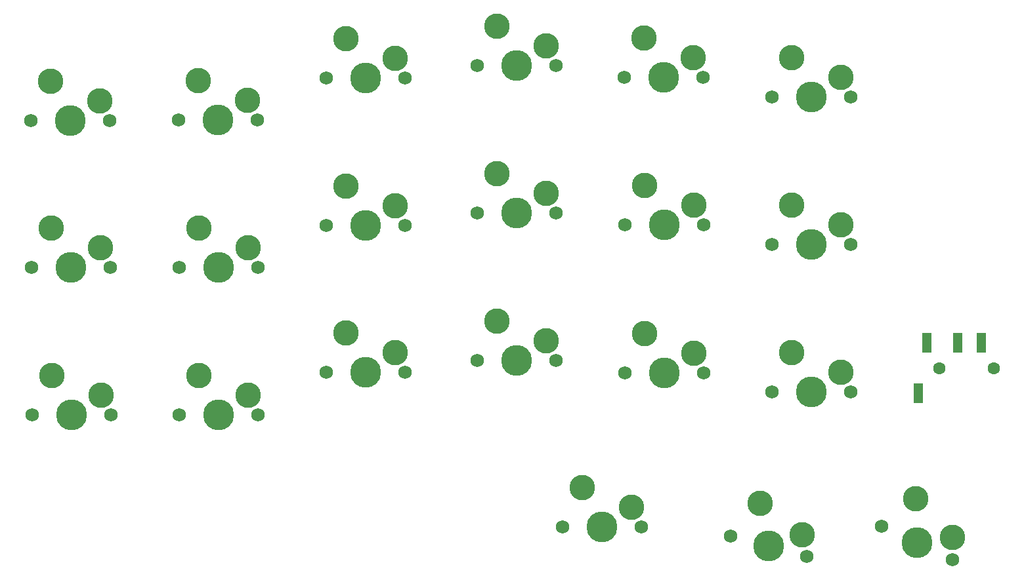
<source format=gbr>
%TF.GenerationSoftware,KiCad,Pcbnew,8.0.1*%
%TF.CreationDate,2024-05-26T01:43:18+02:00*%
%TF.ProjectId,KeyboardTest2_right,4b657962-6f61-4726-9454-657374325f72,rev?*%
%TF.SameCoordinates,Original*%
%TF.FileFunction,Soldermask,Bot*%
%TF.FilePolarity,Negative*%
%FSLAX46Y46*%
G04 Gerber Fmt 4.6, Leading zero omitted, Abs format (unit mm)*
G04 Created by KiCad (PCBNEW 8.0.1) date 2024-05-26 01:43:18*
%MOMM*%
%LPD*%
G01*
G04 APERTURE LIST*
%ADD10C,1.750000*%
%ADD11C,3.987800*%
%ADD12C,3.300000*%
%ADD13C,1.600000*%
%ADD14R,1.200000X2.500000*%
G04 APERTURE END LIST*
D10*
%TO.C,MX15*%
X96931274Y-66532746D03*
D11*
X102011274Y-66532746D03*
D10*
X107091274Y-66532746D03*
D12*
X105821274Y-63992746D03*
X99471274Y-61452746D03*
%TD*%
D10*
%TO.C,MX13*%
X134917588Y-70550215D03*
D11*
X139997588Y-70550215D03*
D10*
X145077588Y-70550215D03*
D12*
X143807588Y-68010215D03*
X137457588Y-65470215D03*
%TD*%
D10*
%TO.C,MX17*%
X58440747Y-73557919D03*
D11*
X63520747Y-73557919D03*
D10*
X68600747Y-73557919D03*
D12*
X67330747Y-71017919D03*
X60980747Y-68477919D03*
%TD*%
D10*
%TO.C,MX14*%
X115916637Y-68100511D03*
D11*
X120996637Y-68100511D03*
D10*
X126076637Y-68100511D03*
D12*
X124806637Y-65560511D03*
X118456637Y-63020511D03*
%TD*%
D10*
%TO.C,MX10*%
X77402680Y-49038478D03*
D11*
X82482680Y-49038478D03*
D10*
X87562680Y-49038478D03*
D12*
X86292680Y-46498478D03*
X79942680Y-43958478D03*
%TD*%
D10*
%TO.C,MX2*%
X115897651Y-29958105D03*
D11*
X120977651Y-29958105D03*
D10*
X126057651Y-29958105D03*
D12*
X124787651Y-27418105D03*
X118437651Y-24878105D03*
%TD*%
D10*
%TO.C,MX11*%
X58420000Y-54500000D03*
D11*
X63500000Y-54500000D03*
D10*
X68580000Y-54500000D03*
D12*
X67310000Y-51960000D03*
X60960000Y-49420000D03*
%TD*%
D10*
%TO.C,MX16*%
X77463105Y-68063757D03*
D11*
X82543105Y-68063757D03*
D10*
X87623105Y-68063757D03*
D12*
X86353105Y-65523757D03*
X80003105Y-62983757D03*
%TD*%
D10*
%TO.C,MX18*%
X39470654Y-73557919D03*
D11*
X44550654Y-73557919D03*
D10*
X49630654Y-73557919D03*
D12*
X48360654Y-71017919D03*
X42010654Y-68477919D03*
%TD*%
D10*
%TO.C,MX3*%
X96901481Y-28429484D03*
D11*
X101981481Y-28429484D03*
D10*
X107061481Y-28429484D03*
D12*
X105791481Y-25889484D03*
X99441481Y-23349484D03*
%TD*%
D10*
%TO.C,MX5*%
X58395405Y-35462351D03*
D11*
X63475405Y-35462351D03*
D10*
X68555405Y-35462351D03*
D12*
X67285405Y-32922351D03*
X60935405Y-30382351D03*
%TD*%
D10*
%TO.C,MX9*%
X96920000Y-47500000D03*
D11*
X102000000Y-47500000D03*
D10*
X107080000Y-47500000D03*
D12*
X105810000Y-44960000D03*
X99460000Y-42420000D03*
%TD*%
D10*
%TO.C,MX21*%
X107920000Y-88000000D03*
D11*
X113000000Y-88000000D03*
D10*
X118080000Y-88000000D03*
D12*
X116810000Y-85460000D03*
X110460000Y-82920000D03*
%TD*%
D10*
%TO.C,MX4*%
X77420000Y-30000000D03*
D11*
X82500000Y-30000000D03*
D10*
X87580000Y-30000000D03*
D12*
X86310000Y-27460000D03*
X79960000Y-24920000D03*
%TD*%
D10*
%TO.C,MX1*%
X134913512Y-32443893D03*
D11*
X139993512Y-32443893D03*
D10*
X145073512Y-32443893D03*
D12*
X143803512Y-29903893D03*
X137453512Y-27363893D03*
%TD*%
D10*
%TO.C,MX6*%
X39365498Y-35492259D03*
D11*
X44445498Y-35492259D03*
D10*
X49525498Y-35492259D03*
D12*
X48255498Y-32952259D03*
X41905498Y-30412259D03*
%TD*%
D10*
%TO.C,MX12*%
X39420000Y-54500000D03*
D11*
X44500000Y-54500000D03*
D10*
X49580000Y-54500000D03*
D12*
X48310000Y-51960000D03*
X41960000Y-49420000D03*
%TD*%
D10*
%TO.C,MX7*%
X134920000Y-51500000D03*
D11*
X140000000Y-51500000D03*
D10*
X145080000Y-51500000D03*
D12*
X143810000Y-48960000D03*
X137460000Y-46420000D03*
%TD*%
D10*
%TO.C,MX20*%
X129593097Y-89185200D03*
D11*
X134500000Y-90500000D03*
D10*
X139406903Y-91814800D03*
D12*
X138837578Y-89032649D03*
X133361350Y-84935696D03*
%TD*%
D10*
%TO.C,MX19*%
X149027826Y-87918119D03*
D11*
X153631870Y-90065020D03*
D10*
X158235914Y-92211921D03*
D12*
X158158353Y-89373174D03*
X153476749Y-84387526D03*
%TD*%
D10*
%TO.C,MX8*%
X115920000Y-49000000D03*
D11*
X121000000Y-49000000D03*
D10*
X126080000Y-49000000D03*
D12*
X124810000Y-46460000D03*
X118460000Y-43920000D03*
%TD*%
D13*
%TO.C,J1*%
X163500000Y-67500000D03*
X156500000Y-67500000D03*
D14*
X158900000Y-64250000D03*
X161900000Y-64250000D03*
X153800000Y-70750000D03*
X154900000Y-64250000D03*
%TD*%
M02*

</source>
